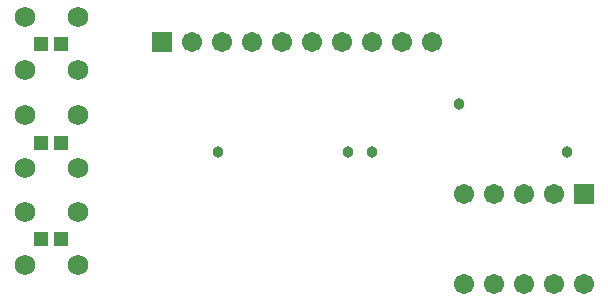
<source format=gbs>
G04*
G04 #@! TF.GenerationSoftware,Altium Limited,Altium Designer,24.5.2 (23)*
G04*
G04 Layer_Color=16711935*
%FSLAX25Y25*%
%MOIN*%
G70*
G04*
G04 #@! TF.SameCoordinates,1E1250FC-479B-4AD5-BC39-25AF0FE23E56*
G04*
G04*
G04 #@! TF.FilePolarity,Negative*
G04*
G01*
G75*
%ADD18C,0.06706*%
%ADD19R,0.06706X0.06706*%
%ADD20C,0.06800*%
%ADD21R,0.06706X0.06706*%
%ADD22C,0.03800*%
%ADD30R,0.05131X0.04737*%
D18*
X195000Y20500D02*
D03*
X205000D02*
D03*
X215000D02*
D03*
X225000D02*
D03*
X235000D02*
D03*
X195000Y50500D02*
D03*
X205000D02*
D03*
X215000D02*
D03*
X225000D02*
D03*
X104500Y101000D02*
D03*
X124500D02*
D03*
X134500D02*
D03*
X144500D02*
D03*
X154500D02*
D03*
X164500D02*
D03*
X174500D02*
D03*
X184500D02*
D03*
X114500D02*
D03*
D19*
X235000Y50500D02*
D03*
D20*
X48642Y109358D02*
D03*
X66358D02*
D03*
X48642Y91642D02*
D03*
X66358D02*
D03*
X48642Y76858D02*
D03*
X66358D02*
D03*
X48642Y59142D02*
D03*
X66358D02*
D03*
X48642Y44358D02*
D03*
X66358D02*
D03*
X48642Y26642D02*
D03*
X66358D02*
D03*
D21*
X94500Y101000D02*
D03*
D22*
X229500Y64500D02*
D03*
X193500Y80500D02*
D03*
X164500Y64500D02*
D03*
X156500D02*
D03*
X113000D02*
D03*
D30*
X60847Y35500D02*
D03*
X54154D02*
D03*
X60847Y100500D02*
D03*
X54154D02*
D03*
X60847Y67500D02*
D03*
X54154D02*
D03*
M02*

</source>
